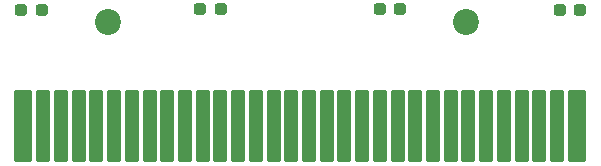
<source format=gbr>
%TF.GenerationSoftware,KiCad,Pcbnew,7.0.7*%
%TF.CreationDate,2023-09-23T12:58:18+01:00*%
%TF.ProjectId,ds_lite_gba_led_cart,64735f6c-6974-4655-9f67-62615f6c6564,rev?*%
%TF.SameCoordinates,Original*%
%TF.FileFunction,Soldermask,Top*%
%TF.FilePolarity,Negative*%
%FSLAX46Y46*%
G04 Gerber Fmt 4.6, Leading zero omitted, Abs format (unit mm)*
G04 Created by KiCad (PCBNEW 7.0.7) date 2023-09-23 12:58:18*
%MOMM*%
%LPD*%
G01*
G04 APERTURE LIST*
G04 Aperture macros list*
%AMRoundRect*
0 Rectangle with rounded corners*
0 $1 Rounding radius*
0 $2 $3 $4 $5 $6 $7 $8 $9 X,Y pos of 4 corners*
0 Add a 4 corners polygon primitive as box body*
4,1,4,$2,$3,$4,$5,$6,$7,$8,$9,$2,$3,0*
0 Add four circle primitives for the rounded corners*
1,1,$1+$1,$2,$3*
1,1,$1+$1,$4,$5*
1,1,$1+$1,$6,$7*
1,1,$1+$1,$8,$9*
0 Add four rect primitives between the rounded corners*
20,1,$1+$1,$2,$3,$4,$5,0*
20,1,$1+$1,$4,$5,$6,$7,0*
20,1,$1+$1,$6,$7,$8,$9,0*
20,1,$1+$1,$8,$9,$2,$3,0*%
G04 Aperture macros list end*
%ADD10RoundRect,0.237500X0.287500X0.237500X-0.287500X0.237500X-0.287500X-0.237500X0.287500X-0.237500X0*%
%ADD11C,2.200000*%
%ADD12RoundRect,0.050800X0.700000X3.000000X-0.700000X3.000000X-0.700000X-3.000000X0.700000X-3.000000X0*%
%ADD13RoundRect,0.050800X-0.500000X-3.000000X0.500000X-3.000000X0.500000X3.000000X-0.500000X3.000000X0*%
%ADD14RoundRect,0.050800X0.500000X3.000000X-0.500000X3.000000X-0.500000X-3.000000X0.500000X-3.000000X0*%
G04 APERTURE END LIST*
D10*
%TO.C,D1*%
X104712800Y-81686400D03*
X106462800Y-81686400D03*
%TD*%
%TO.C,D3*%
X136790400Y-81661000D03*
X135040400Y-81661000D03*
%TD*%
D11*
%TO.C,TP2*%
X142367000Y-82727800D03*
%TD*%
D10*
%TO.C,D2*%
X152055800Y-81686400D03*
X150305800Y-81686400D03*
%TD*%
D12*
%TO.C,J1*%
X104871400Y-91541600D03*
D13*
X106571400Y-91541600D03*
D14*
X108071400Y-91541600D03*
X109571400Y-91541600D03*
D13*
X111071400Y-91541600D03*
X112571400Y-91541600D03*
X114071400Y-91541600D03*
X115571400Y-91541600D03*
X117071400Y-91541600D03*
X118571400Y-91541600D03*
X120071400Y-91541600D03*
X121571400Y-91541600D03*
X123071400Y-91541600D03*
X124571400Y-91541600D03*
X126071400Y-91541600D03*
X127571400Y-91541600D03*
X129071400Y-91541600D03*
X130571400Y-91541600D03*
X132071400Y-91541600D03*
X133571400Y-91541600D03*
X135071400Y-91541600D03*
X136571400Y-91541600D03*
X138071400Y-91541600D03*
X139571400Y-91541600D03*
X141071400Y-91541600D03*
X142571400Y-91541600D03*
X144071400Y-91541600D03*
X145571400Y-91541600D03*
X147071400Y-91541600D03*
X148571400Y-91541600D03*
X150071400Y-91541600D03*
D12*
X151771400Y-91541600D03*
%TD*%
D11*
%TO.C,TP1*%
X112090200Y-82702400D03*
%TD*%
D10*
%TO.C,D4*%
X119876600Y-81661000D03*
X121626600Y-81661000D03*
%TD*%
M02*

</source>
